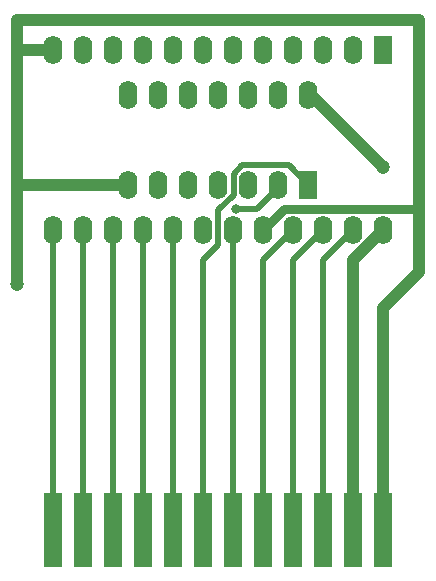
<source format=gbr>
%TF.GenerationSoftware,KiCad,Pcbnew,(5.1.6-0-10_14)*%
%TF.CreationDate,2020-09-23T23:55:55+02:00*%
%TF.ProjectId,a2k6-cart,61326b36-2d63-4617-9274-2e6b69636164,rev?*%
%TF.SameCoordinates,Original*%
%TF.FileFunction,Copper,L1,Top*%
%TF.FilePolarity,Positive*%
%FSLAX46Y46*%
G04 Gerber Fmt 4.6, Leading zero omitted, Abs format (unit mm)*
G04 Created by KiCad (PCBNEW (5.1.6-0-10_14)) date 2020-09-23 23:55:55*
%MOMM*%
%LPD*%
G01*
G04 APERTURE LIST*
%TA.AperFunction,ComponentPad*%
%ADD10O,1.600000X2.400000*%
%TD*%
%TA.AperFunction,ComponentPad*%
%ADD11R,1.600000X2.400000*%
%TD*%
%TA.AperFunction,ConnectorPad*%
%ADD12R,1.524000X6.350000*%
%TD*%
%TA.AperFunction,ViaPad*%
%ADD13C,1.200000*%
%TD*%
%TA.AperFunction,ViaPad*%
%ADD14C,0.800000*%
%TD*%
%TA.AperFunction,Conductor*%
%ADD15C,0.500000*%
%TD*%
%TA.AperFunction,Conductor*%
%ADD16C,1.000000*%
%TD*%
%TA.AperFunction,Conductor*%
%ADD17C,0.250000*%
%TD*%
%TA.AperFunction,Conductor*%
%ADD18C,0.750000*%
%TD*%
G04 APERTURE END LIST*
D10*
%TO.P,U2,14*%
%TO.N,+5V*%
X160274000Y-81026000D03*
%TO.P,U2,7*%
%TO.N,GND*%
X145034000Y-88646000D03*
%TO.P,U2,13*%
%TO.N,N/C*%
X157734000Y-81026000D03*
%TO.P,U2,6*%
X147574000Y-88646000D03*
%TO.P,U2,12*%
X155194000Y-81026000D03*
%TO.P,U2,5*%
X150114000Y-88646000D03*
%TO.P,U2,11*%
X152654000Y-81026000D03*
%TO.P,U2,4*%
X152654000Y-88646000D03*
%TO.P,U2,10*%
X150114000Y-81026000D03*
%TO.P,U2,3*%
X155194000Y-88646000D03*
%TO.P,U2,9*%
X147574000Y-81026000D03*
%TO.P,U2,2*%
%TO.N,Net-(U1-Pad18)*%
X157734000Y-88646000D03*
%TO.P,U2,8*%
%TO.N,N/C*%
X145034000Y-81026000D03*
D11*
%TO.P,U2,1*%
%TO.N,Net-(J1-PadA12)*%
X160274000Y-88646000D03*
%TD*%
D10*
%TO.P,U1,24*%
%TO.N,+5V*%
X166624000Y-92456000D03*
%TO.P,U1,12*%
%TO.N,GND*%
X138684000Y-77216000D03*
%TO.P,U1,23*%
%TO.N,Net-(J1-PadA8)*%
X164084000Y-92456000D03*
%TO.P,U1,11*%
%TO.N,D2*%
X141224000Y-77216000D03*
%TO.P,U1,22*%
%TO.N,Net-(J1-PadA9)*%
X161544000Y-92456000D03*
%TO.P,U1,10*%
%TO.N,D1*%
X143764000Y-77216000D03*
%TO.P,U1,21*%
%TO.N,Net-(J1-PadA11)*%
X159004000Y-92456000D03*
%TO.P,U1,9*%
%TO.N,D0*%
X146304000Y-77216000D03*
%TO.P,U1,20*%
%TO.N,GND*%
X156464000Y-92456000D03*
%TO.P,U1,8*%
%TO.N,Net-(J1-PadA0)*%
X148844000Y-77216000D03*
%TO.P,U1,19*%
%TO.N,Net-(J1-PadA10)*%
X153924000Y-92456000D03*
%TO.P,U1,7*%
%TO.N,Net-(J1-PadA1)*%
X151384000Y-77216000D03*
%TO.P,U1,18*%
%TO.N,Net-(U1-Pad18)*%
X151384000Y-92456000D03*
%TO.P,U1,6*%
%TO.N,Net-(J1-PadA2)*%
X153924000Y-77216000D03*
%TO.P,U1,17*%
%TO.N,D7*%
X148844000Y-92456000D03*
%TO.P,U1,5*%
%TO.N,Net-(J1-PadA3)*%
X156464000Y-77216000D03*
%TO.P,U1,16*%
%TO.N,D6*%
X146304000Y-92456000D03*
%TO.P,U1,4*%
%TO.N,Net-(J1-PadA4)*%
X159004000Y-77216000D03*
%TO.P,U1,15*%
%TO.N,D5*%
X143764000Y-92456000D03*
%TO.P,U1,3*%
%TO.N,Net-(J1-PadA5)*%
X161544000Y-77216000D03*
%TO.P,U1,14*%
%TO.N,D4*%
X141224000Y-92456000D03*
%TO.P,U1,2*%
%TO.N,Net-(J1-PadA6)*%
X164084000Y-77216000D03*
%TO.P,U1,13*%
%TO.N,D3*%
X138684000Y-92456000D03*
D11*
%TO.P,U1,1*%
%TO.N,Net-(J1-PadA7)*%
X166624000Y-77216000D03*
%TD*%
D12*
%TO.P,J1,SGND*%
%TO.N,GND*%
X166624000Y-117856000D03*
%TO.P,J1,+5V*%
%TO.N,+5V*%
X164084000Y-117856000D03*
%TO.P,J1,A8*%
%TO.N,Net-(J1-PadA8)*%
X161544000Y-117856000D03*
%TO.P,J1,A9*%
%TO.N,Net-(J1-PadA9)*%
X159004000Y-117856000D03*
%TO.P,J1,A11*%
%TO.N,Net-(J1-PadA11)*%
X156464000Y-117856000D03*
%TO.P,J1,A10*%
%TO.N,Net-(J1-PadA10)*%
X153924000Y-117856000D03*
%TO.P,J1,A12*%
%TO.N,Net-(J1-PadA12)*%
X151384000Y-117856000D03*
%TO.P,J1,D7*%
%TO.N,D7*%
X148844000Y-117856000D03*
%TO.P,J1,D6*%
%TO.N,D6*%
X146304000Y-117856000D03*
%TO.P,J1,D5*%
%TO.N,D5*%
X143764000Y-117856000D03*
%TO.P,J1,D4*%
%TO.N,D4*%
X141224000Y-117856000D03*
%TO.P,J1,D3*%
%TO.N,D3*%
X138684000Y-117856000D03*
%TD*%
D13*
%TO.N,+5V*%
X166624000Y-87122000D03*
%TO.N,GND*%
X135636000Y-97028000D03*
D14*
%TO.N,Net-(U1-Pad18)*%
X154178000Y-90678000D03*
%TD*%
D15*
%TO.N,D3*%
X138684000Y-117856000D02*
X138684000Y-92456000D01*
%TO.N,D4*%
X141224000Y-117856000D02*
X141224000Y-92456000D01*
%TO.N,D5*%
X143764000Y-117856000D02*
X143764000Y-92456000D01*
%TO.N,D6*%
X146304000Y-117856000D02*
X146304000Y-92456000D01*
%TO.N,D7*%
X148844000Y-117856000D02*
X148844000Y-92456000D01*
%TO.N,Net-(J1-PadA12)*%
X158623990Y-86995990D02*
X160274000Y-88646000D01*
X154676229Y-86995990D02*
X158623990Y-86995990D01*
X153943990Y-89523791D02*
X153943990Y-87728229D01*
X152634010Y-90833771D02*
X153943990Y-89523791D01*
X153943990Y-87728229D02*
X154676229Y-86995990D01*
X152634010Y-93745990D02*
X152634010Y-90833771D01*
X151384000Y-117856000D02*
X151384000Y-94996000D01*
X151384000Y-94996000D02*
X152634010Y-93745990D01*
%TO.N,Net-(J1-PadA10)*%
X153924000Y-117856000D02*
X153924000Y-92456000D01*
%TO.N,Net-(J1-PadA11)*%
X156464000Y-94996000D02*
X159004000Y-92456000D01*
X156464000Y-117856000D02*
X156464000Y-94996000D01*
%TO.N,Net-(J1-PadA9)*%
X159004000Y-94996000D02*
X161544000Y-92456000D01*
X159004000Y-117856000D02*
X159004000Y-94996000D01*
%TO.N,Net-(J1-PadA8)*%
X161544000Y-94996000D02*
X164084000Y-92456000D01*
X161544000Y-117856000D02*
X161544000Y-94996000D01*
D16*
%TO.N,+5V*%
X164084000Y-94996000D02*
X166624000Y-92456000D01*
X164084000Y-117856000D02*
X164084000Y-94996000D01*
X160528000Y-81026000D02*
X166624000Y-87122000D01*
D15*
X160274000Y-81026000D02*
X160528000Y-81026000D01*
D16*
%TO.N,GND*%
X166624000Y-117856000D02*
X166624000Y-99060000D01*
D17*
X138684000Y-77216000D02*
X138684000Y-77470000D01*
D18*
X156464000Y-92456000D02*
X158239010Y-90680990D01*
X158239010Y-90680990D02*
X169669010Y-90680990D01*
D16*
X169672000Y-90678000D02*
X169672000Y-81026000D01*
D18*
X169669010Y-90680990D02*
X169672000Y-90678000D01*
D16*
X169672000Y-96012000D02*
X169672000Y-90678000D01*
X166624000Y-99060000D02*
X169672000Y-96012000D01*
X135636000Y-74676000D02*
X135636000Y-76708000D01*
X169672000Y-74676000D02*
X135636000Y-74676000D01*
X169672000Y-81026000D02*
X169672000Y-74676000D01*
X138684000Y-77216000D02*
X135636000Y-77216000D01*
X145034000Y-88646000D02*
X135636000Y-88646000D01*
X135636000Y-88646000D02*
X135636000Y-97028000D01*
X135636000Y-76708000D02*
X135636000Y-88646000D01*
D15*
%TO.N,Net-(U1-Pad18)*%
X157734000Y-88646000D02*
X157734000Y-88900000D01*
X155956000Y-90678000D02*
X154178000Y-90678000D01*
X157734000Y-88900000D02*
X155956000Y-90678000D01*
%TD*%
M02*

</source>
